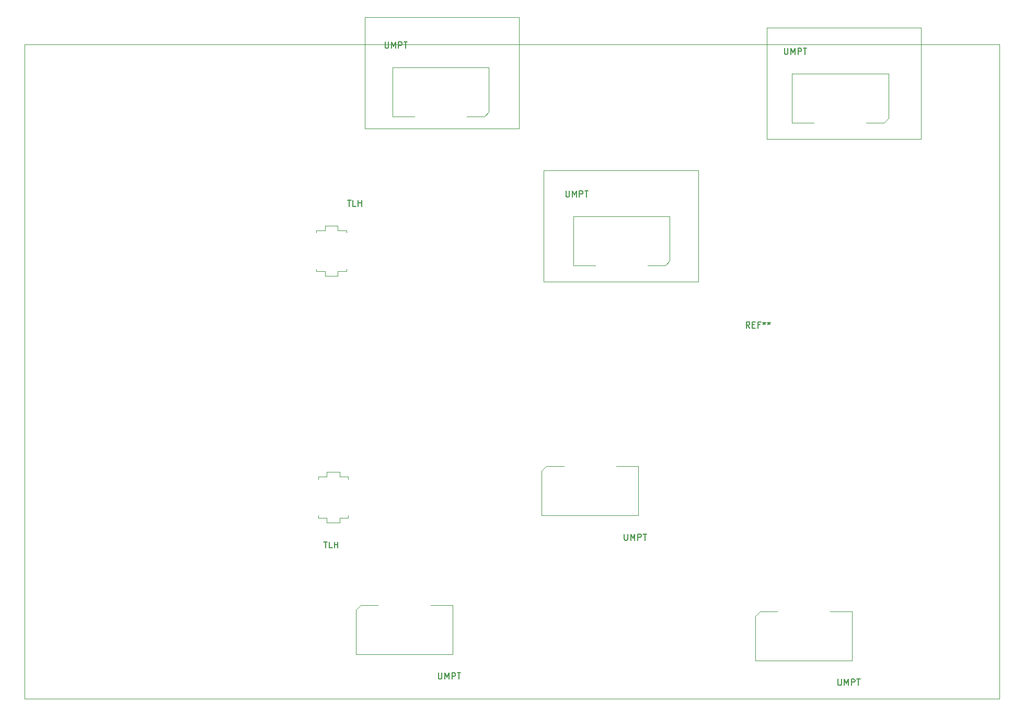
<source format=gbr>
G04 #@! TF.GenerationSoftware,KiCad,Pcbnew,(5.1.2)-2*
G04 #@! TF.CreationDate,2019-09-18T13:02:42-07:00*
G04 #@! TF.ProjectId,Cable Tester Board,4361626c-6520-4546-9573-74657220426f,rev?*
G04 #@! TF.SameCoordinates,Original*
G04 #@! TF.FileFunction,Legend,Top*
G04 #@! TF.FilePolarity,Positive*
%FSLAX46Y46*%
G04 Gerber Fmt 4.6, Leading zero omitted, Abs format (unit mm)*
G04 Created by KiCad (PCBNEW (5.1.2)-2) date 2019-09-18 13:02:42*
%MOMM*%
%LPD*%
G04 APERTURE LIST*
%ADD10C,0.120000*%
%ADD11C,0.050000*%
%ADD12C,0.150000*%
G04 APERTURE END LIST*
D10*
X172300000Y-26800000D02*
X147300000Y-26800000D01*
X147300000Y-26800000D02*
X147300000Y-44800000D01*
X147300000Y-44800000D02*
X172300000Y-44800000D01*
X172300000Y-44800000D02*
X172300000Y-26800000D01*
X111200000Y-67900000D02*
X136200000Y-67900000D01*
X111200000Y-49900000D02*
X111200000Y-67900000D01*
X136200000Y-49900000D02*
X111200000Y-49900000D01*
X136200000Y-67900000D02*
X136200000Y-49900000D01*
X82200000Y-25100000D02*
X82200000Y-43100000D01*
X107200000Y-25100000D02*
X82200000Y-25100000D01*
X107200000Y-43100000D02*
X107200000Y-25100000D01*
X82200000Y-43100000D02*
X107200000Y-43100000D01*
D11*
X27100000Y-29500000D02*
X27100000Y-135500000D01*
X27100000Y-135500000D02*
X185000000Y-135500000D01*
X185000000Y-29500000D02*
X185000000Y-135500000D01*
X27100000Y-29500000D02*
X185000000Y-29500000D01*
D10*
X74675000Y-99550000D02*
X74675000Y-99525000D01*
X74675000Y-99900000D02*
X74675000Y-99550000D01*
X79525000Y-99525000D02*
X79525000Y-99900000D01*
X78150000Y-99525000D02*
X79525000Y-99525000D01*
X78150000Y-98775000D02*
X78150000Y-99525000D01*
X74675000Y-99525000D02*
X76050000Y-99525000D01*
X76050000Y-98775000D02*
X78150000Y-98775000D01*
X76050000Y-99525000D02*
X76050000Y-98775000D01*
X74675000Y-106175000D02*
X74675000Y-105800000D01*
X76050000Y-106175000D02*
X74675000Y-106175000D01*
X76050000Y-106925000D02*
X76050000Y-106175000D01*
X78150000Y-106925000D02*
X76050000Y-106925000D01*
X78150000Y-106175000D02*
X78150000Y-106925000D01*
X79525000Y-106175000D02*
X78150000Y-106175000D01*
X79525000Y-106150000D02*
X79525000Y-106175000D01*
X79525000Y-105800000D02*
X79525000Y-106150000D01*
X74375000Y-59650000D02*
X74375000Y-59625000D01*
X74375000Y-60000000D02*
X74375000Y-59650000D01*
X79225000Y-59625000D02*
X79225000Y-60000000D01*
X77850000Y-59625000D02*
X79225000Y-59625000D01*
X77850000Y-58875000D02*
X77850000Y-59625000D01*
X74375000Y-59625000D02*
X75750000Y-59625000D01*
X75750000Y-58875000D02*
X77850000Y-58875000D01*
X75750000Y-59625000D02*
X75750000Y-58875000D01*
X74375000Y-66275000D02*
X74375000Y-65900000D01*
X75750000Y-66275000D02*
X74375000Y-66275000D01*
X75750000Y-67025000D02*
X75750000Y-66275000D01*
X77850000Y-67025000D02*
X75750000Y-67025000D01*
X77850000Y-66275000D02*
X77850000Y-67025000D01*
X79225000Y-66275000D02*
X77850000Y-66275000D01*
X79225000Y-66250000D02*
X79225000Y-66275000D01*
X79225000Y-65900000D02*
X79225000Y-66250000D01*
X96425000Y-125400000D02*
X96425000Y-128250000D01*
X96425000Y-128250000D02*
X96425000Y-128275000D01*
X96425000Y-128275000D02*
X80775000Y-128275000D01*
X80775000Y-128275000D02*
X80775000Y-121075000D01*
X80775000Y-121075000D02*
X81525000Y-120325000D01*
X96400000Y-120325000D02*
X96425000Y-120325000D01*
X96425000Y-120325000D02*
X96425000Y-125400000D01*
X96425000Y-120325000D02*
X92850000Y-120325000D01*
X81525000Y-120325000D02*
X84350000Y-120325000D01*
X111625000Y-97825000D02*
X114450000Y-97825000D01*
X126525000Y-97825000D02*
X122950000Y-97825000D01*
X126525000Y-97825000D02*
X126525000Y-102900000D01*
X126500000Y-97825000D02*
X126525000Y-97825000D01*
X110875000Y-98575000D02*
X111625000Y-97825000D01*
X110875000Y-105775000D02*
X110875000Y-98575000D01*
X126525000Y-105775000D02*
X110875000Y-105775000D01*
X126525000Y-105750000D02*
X126525000Y-105775000D01*
X126525000Y-102900000D02*
X126525000Y-105750000D01*
X161125000Y-126400000D02*
X161125000Y-129250000D01*
X161125000Y-129250000D02*
X161125000Y-129275000D01*
X161125000Y-129275000D02*
X145475000Y-129275000D01*
X145475000Y-129275000D02*
X145475000Y-122075000D01*
X145475000Y-122075000D02*
X146225000Y-121325000D01*
X161100000Y-121325000D02*
X161125000Y-121325000D01*
X161125000Y-121325000D02*
X161125000Y-126400000D01*
X161125000Y-121325000D02*
X157550000Y-121325000D01*
X146225000Y-121325000D02*
X149050000Y-121325000D01*
X166275000Y-42175000D02*
X163450000Y-42175000D01*
X151375000Y-42175000D02*
X154950000Y-42175000D01*
X151375000Y-42175000D02*
X151375000Y-37100000D01*
X151400000Y-42175000D02*
X151375000Y-42175000D01*
X167025000Y-41425000D02*
X166275000Y-42175000D01*
X167025000Y-34225000D02*
X167025000Y-41425000D01*
X151375000Y-34225000D02*
X167025000Y-34225000D01*
X151375000Y-34250000D02*
X151375000Y-34225000D01*
X151375000Y-37100000D02*
X151375000Y-34250000D01*
X115975000Y-60200000D02*
X115975000Y-57350000D01*
X115975000Y-57350000D02*
X115975000Y-57325000D01*
X115975000Y-57325000D02*
X131625000Y-57325000D01*
X131625000Y-57325000D02*
X131625000Y-64525000D01*
X131625000Y-64525000D02*
X130875000Y-65275000D01*
X116000000Y-65275000D02*
X115975000Y-65275000D01*
X115975000Y-65275000D02*
X115975000Y-60200000D01*
X115975000Y-65275000D02*
X119550000Y-65275000D01*
X130875000Y-65275000D02*
X128050000Y-65275000D01*
X101575000Y-41175000D02*
X98750000Y-41175000D01*
X86675000Y-41175000D02*
X90250000Y-41175000D01*
X86675000Y-41175000D02*
X86675000Y-36100000D01*
X86700000Y-41175000D02*
X86675000Y-41175000D01*
X102325000Y-40425000D02*
X101575000Y-41175000D01*
X102325000Y-33225000D02*
X102325000Y-40425000D01*
X86675000Y-33225000D02*
X102325000Y-33225000D01*
X86675000Y-33250000D02*
X86675000Y-33225000D01*
X86675000Y-36100000D02*
X86675000Y-33250000D01*
D12*
X75560714Y-110052380D02*
X76132142Y-110052380D01*
X75846428Y-111052380D02*
X75846428Y-110052380D01*
X76941666Y-111052380D02*
X76465476Y-111052380D01*
X76465476Y-110052380D01*
X77275000Y-111052380D02*
X77275000Y-110052380D01*
X77275000Y-110528571D02*
X77846428Y-110528571D01*
X77846428Y-111052380D02*
X77846428Y-110052380D01*
X79410714Y-54702380D02*
X79982142Y-54702380D01*
X79696428Y-55702380D02*
X79696428Y-54702380D01*
X80791666Y-55702380D02*
X80315476Y-55702380D01*
X80315476Y-54702380D01*
X81125000Y-55702380D02*
X81125000Y-54702380D01*
X81125000Y-55178571D02*
X81696428Y-55178571D01*
X81696428Y-55702380D02*
X81696428Y-54702380D01*
X94136904Y-131302380D02*
X94136904Y-132111904D01*
X94184523Y-132207142D01*
X94232142Y-132254761D01*
X94327380Y-132302380D01*
X94517857Y-132302380D01*
X94613095Y-132254761D01*
X94660714Y-132207142D01*
X94708333Y-132111904D01*
X94708333Y-131302380D01*
X95184523Y-132302380D02*
X95184523Y-131302380D01*
X95517857Y-132016666D01*
X95851190Y-131302380D01*
X95851190Y-132302380D01*
X96327380Y-132302380D02*
X96327380Y-131302380D01*
X96708333Y-131302380D01*
X96803571Y-131350000D01*
X96851190Y-131397619D01*
X96898809Y-131492857D01*
X96898809Y-131635714D01*
X96851190Y-131730952D01*
X96803571Y-131778571D01*
X96708333Y-131826190D01*
X96327380Y-131826190D01*
X97184523Y-131302380D02*
X97755952Y-131302380D01*
X97470238Y-132302380D02*
X97470238Y-131302380D01*
X124236904Y-108802380D02*
X124236904Y-109611904D01*
X124284523Y-109707142D01*
X124332142Y-109754761D01*
X124427380Y-109802380D01*
X124617857Y-109802380D01*
X124713095Y-109754761D01*
X124760714Y-109707142D01*
X124808333Y-109611904D01*
X124808333Y-108802380D01*
X125284523Y-109802380D02*
X125284523Y-108802380D01*
X125617857Y-109516666D01*
X125951190Y-108802380D01*
X125951190Y-109802380D01*
X126427380Y-109802380D02*
X126427380Y-108802380D01*
X126808333Y-108802380D01*
X126903571Y-108850000D01*
X126951190Y-108897619D01*
X126998809Y-108992857D01*
X126998809Y-109135714D01*
X126951190Y-109230952D01*
X126903571Y-109278571D01*
X126808333Y-109326190D01*
X126427380Y-109326190D01*
X127284523Y-108802380D02*
X127855952Y-108802380D01*
X127570238Y-109802380D02*
X127570238Y-108802380D01*
X158836904Y-132302380D02*
X158836904Y-133111904D01*
X158884523Y-133207142D01*
X158932142Y-133254761D01*
X159027380Y-133302380D01*
X159217857Y-133302380D01*
X159313095Y-133254761D01*
X159360714Y-133207142D01*
X159408333Y-133111904D01*
X159408333Y-132302380D01*
X159884523Y-133302380D02*
X159884523Y-132302380D01*
X160217857Y-133016666D01*
X160551190Y-132302380D01*
X160551190Y-133302380D01*
X161027380Y-133302380D02*
X161027380Y-132302380D01*
X161408333Y-132302380D01*
X161503571Y-132350000D01*
X161551190Y-132397619D01*
X161598809Y-132492857D01*
X161598809Y-132635714D01*
X161551190Y-132730952D01*
X161503571Y-132778571D01*
X161408333Y-132826190D01*
X161027380Y-132826190D01*
X161884523Y-132302380D02*
X162455952Y-132302380D01*
X162170238Y-133302380D02*
X162170238Y-132302380D01*
X150186904Y-30102380D02*
X150186904Y-30911904D01*
X150234523Y-31007142D01*
X150282142Y-31054761D01*
X150377380Y-31102380D01*
X150567857Y-31102380D01*
X150663095Y-31054761D01*
X150710714Y-31007142D01*
X150758333Y-30911904D01*
X150758333Y-30102380D01*
X151234523Y-31102380D02*
X151234523Y-30102380D01*
X151567857Y-30816666D01*
X151901190Y-30102380D01*
X151901190Y-31102380D01*
X152377380Y-31102380D02*
X152377380Y-30102380D01*
X152758333Y-30102380D01*
X152853571Y-30150000D01*
X152901190Y-30197619D01*
X152948809Y-30292857D01*
X152948809Y-30435714D01*
X152901190Y-30530952D01*
X152853571Y-30578571D01*
X152758333Y-30626190D01*
X152377380Y-30626190D01*
X153234523Y-30102380D02*
X153805952Y-30102380D01*
X153520238Y-31102380D02*
X153520238Y-30102380D01*
X114786904Y-53202380D02*
X114786904Y-54011904D01*
X114834523Y-54107142D01*
X114882142Y-54154761D01*
X114977380Y-54202380D01*
X115167857Y-54202380D01*
X115263095Y-54154761D01*
X115310714Y-54107142D01*
X115358333Y-54011904D01*
X115358333Y-53202380D01*
X115834523Y-54202380D02*
X115834523Y-53202380D01*
X116167857Y-53916666D01*
X116501190Y-53202380D01*
X116501190Y-54202380D01*
X116977380Y-54202380D02*
X116977380Y-53202380D01*
X117358333Y-53202380D01*
X117453571Y-53250000D01*
X117501190Y-53297619D01*
X117548809Y-53392857D01*
X117548809Y-53535714D01*
X117501190Y-53630952D01*
X117453571Y-53678571D01*
X117358333Y-53726190D01*
X116977380Y-53726190D01*
X117834523Y-53202380D02*
X118405952Y-53202380D01*
X118120238Y-54202380D02*
X118120238Y-53202380D01*
X85486904Y-29102380D02*
X85486904Y-29911904D01*
X85534523Y-30007142D01*
X85582142Y-30054761D01*
X85677380Y-30102380D01*
X85867857Y-30102380D01*
X85963095Y-30054761D01*
X86010714Y-30007142D01*
X86058333Y-29911904D01*
X86058333Y-29102380D01*
X86534523Y-30102380D02*
X86534523Y-29102380D01*
X86867857Y-29816666D01*
X87201190Y-29102380D01*
X87201190Y-30102380D01*
X87677380Y-30102380D02*
X87677380Y-29102380D01*
X88058333Y-29102380D01*
X88153571Y-29150000D01*
X88201190Y-29197619D01*
X88248809Y-29292857D01*
X88248809Y-29435714D01*
X88201190Y-29530952D01*
X88153571Y-29578571D01*
X88058333Y-29626190D01*
X87677380Y-29626190D01*
X88534523Y-29102380D02*
X89105952Y-29102380D01*
X88820238Y-30102380D02*
X88820238Y-29102380D01*
X144566666Y-75427380D02*
X144233333Y-74951190D01*
X143995238Y-75427380D02*
X143995238Y-74427380D01*
X144376190Y-74427380D01*
X144471428Y-74475000D01*
X144519047Y-74522619D01*
X144566666Y-74617857D01*
X144566666Y-74760714D01*
X144519047Y-74855952D01*
X144471428Y-74903571D01*
X144376190Y-74951190D01*
X143995238Y-74951190D01*
X144995238Y-74903571D02*
X145328571Y-74903571D01*
X145471428Y-75427380D02*
X144995238Y-75427380D01*
X144995238Y-74427380D01*
X145471428Y-74427380D01*
X146233333Y-74903571D02*
X145900000Y-74903571D01*
X145900000Y-75427380D02*
X145900000Y-74427380D01*
X146376190Y-74427380D01*
X146900000Y-74427380D02*
X146900000Y-74665476D01*
X146661904Y-74570238D02*
X146900000Y-74665476D01*
X147138095Y-74570238D01*
X146757142Y-74855952D02*
X146900000Y-74665476D01*
X147042857Y-74855952D01*
X147661904Y-74427380D02*
X147661904Y-74665476D01*
X147423809Y-74570238D02*
X147661904Y-74665476D01*
X147900000Y-74570238D01*
X147519047Y-74855952D02*
X147661904Y-74665476D01*
X147804761Y-74855952D01*
M02*

</source>
